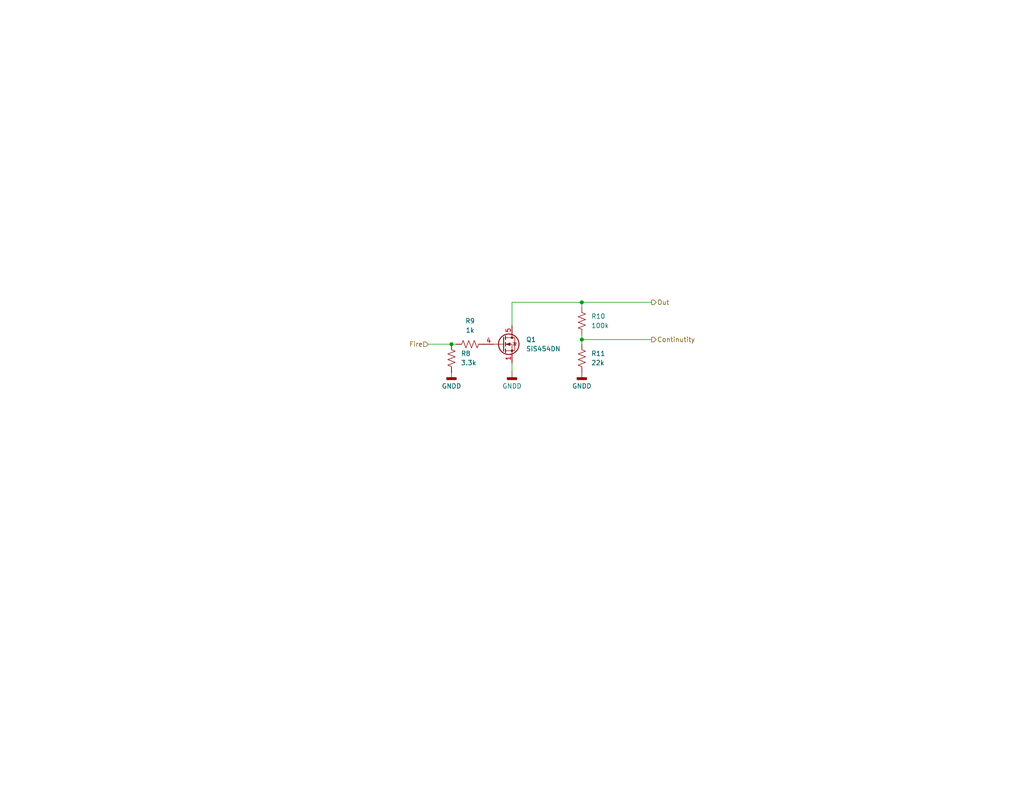
<source format=kicad_sch>
(kicad_sch (version 20250114) (generator "eeschema") (generator_version "9.0")
  (paper "USLetter")
  (title_block (title "Control Module Rev2") (date "2026-02-10") (rev "2.0") (company "Rowan Rocketry"))
  (lib_symbols
    (symbol "Device:R_US" (pin_numbers (hide yes)) (pin_names (offset 0))
      (property "Reference" "R" (at 2.54 0 90))
      (property "Value" "R_US" (at -2.54 0 90))
      (symbol "R_US_0_1"
        (polyline (pts (xy 0 2.286) (xy 0 2.54)))
        (polyline (pts (xy 0 2.286) (xy 1.016 1.905) (xy 0 1.524) (xy -1.016 1.143) (xy 0 0.762)))
        (polyline (pts (xy 0 0.762) (xy 1.016 0.381) (xy 0 0) (xy -1.016 -0.381) (xy 0 -0.762)))
        (polyline (pts (xy 0 -0.762) (xy 1.016 -1.143) (xy 0 -1.524) (xy -1.016 -1.905) (xy 0 -2.286)))
        (polyline (pts (xy 0 -2.286) (xy 0 -2.54)))
      )
      (symbol "R_US_1_1"
        (pin passive line (at 0 3.81 270) (length 1.27) (name "~") (number "1"))
        (pin passive line (at 0 -3.81 90) (length 1.27) (name "~") (number "2"))
      )
    )
    (symbol "Transistor_FET:SiS454DN" (pin_names (hide yes))
      (property "Reference" "Q" (at 5.08 1.905 0))
      (property "Value" "SiS454DN" (at 5.08 0 0))
      (symbol "SiS454DN_0_1"
        (polyline (pts (xy 0.254 1.905) (xy 0.254 -1.905)) (stroke (width 0.254)))
        (polyline (pts (xy 0.254 0) (xy -2.54 0)))
        (polyline (pts (xy 0.762 2.286) (xy 0.762 1.27)) (stroke (width 0.254)))
        (polyline (pts (xy 0.762 0.508) (xy 0.762 -0.508)) (stroke (width 0.254)))
        (polyline (pts (xy 0.762 -1.27) (xy 0.762 -2.286)) (stroke (width 0.254)))
        (polyline (pts (xy 0.762 -1.778) (xy 3.302 -1.778) (xy 3.302 1.778) (xy 0.762 1.778)))
        (polyline (pts (xy 1.016 0) (xy 2.032 0.381) (xy 2.032 -0.381) (xy 1.016 0)) (fill (type outline)))
        (circle (center 1.651 0) (radius 2.794) (stroke (width 0.254)))
        (polyline (pts (xy 2.54 2.54) (xy 2.54 1.778)))
        (circle (center 2.54 1.778) (radius 0.254) (fill (type outline)))
        (circle (center 2.54 -1.778) (radius 0.254) (fill (type outline)))
        (polyline (pts (xy 2.54 -2.54) (xy 2.54 0) (xy 0.762 0)))
        (polyline (pts (xy 2.794 0.508) (xy 2.921 0.381) (xy 3.683 0.381) (xy 3.81 0.254)))
        (polyline (pts (xy 3.302 0.381) (xy 2.921 -0.254) (xy 3.683 -0.254) (xy 3.302 0.381)))
      )
      (symbol "SiS454DN_1_1"
        (pin input line (at -5.08 0 0) (length 2.54) (name "G") (number "4"))
        (pin passive line (at 2.54 5.08 270) (length 2.54) (name "D") (number "5"))
        (pin passive line (at 2.54 -5.08 90) (length 2.54) (name "S") (number "1"))
        (pin passive line (at 2.54 -5.08 90) (length 2.54) (hide yes) (name "S") (number "2"))
        (pin passive line (at 2.54 -5.08 90) (length 2.54) (hide yes) (name "S") (number "3"))
      )
    )
    (symbol "power:GNDD" (power) (pin_numbers (hide yes)) (pin_names (offset 0) (hide yes))
      (property "Value" "GNDD" (at 0 -3.175 0))
      (symbol "GNDD_0_1"
        (rectangle (start -1.27 -1.524) (end 1.27 -2.032) (stroke (width 0.254)) (fill (type outline)))
        (polyline (pts (xy 0 0) (xy 0 -1.524)))
      )
      (symbol "GNDD_1_1"
        (pin power_in line (at 0 0 270) (length 0) (name "~") (number "1"))
      )
    )
  )
  (junction (at 158.75 92.71))
  (junction (at 123.19 93.98))
  (junction (at 158.75 82.55))
  (wire (pts (xy 158.75 82.55) (xy 177.8 82.55)))
  (wire (pts (xy 158.75 82.55) (xy 158.75 83.82)))
  (wire (pts (xy 158.75 91.44) (xy 158.75 92.71)))
  (wire (pts (xy 139.7 88.9) (xy 139.7 82.55)))
  (wire (pts (xy 158.75 92.71) (xy 177.8 92.71)))
  (wire (pts (xy 158.75 92.71) (xy 158.75 93.98)))
  (wire (pts (xy 139.7 82.55) (xy 158.75 82.55)))
  (wire (pts (xy 139.7 101.6) (xy 139.7 99.06)))
  (wire (pts (xy 124.46 93.98) (xy 123.19 93.98)))
  (wire (pts (xy 116.84 93.98) (xy 123.19 93.98)))
  (hierarchical_label "Fire" (shape input) (at 116.84 93.98 180))
  (hierarchical_label "Continutity" (shape output) (at 177.8 92.71 0))
  (hierarchical_label "Out" (shape output) (at 177.8 82.55 0))
  (symbol (lib_id "Device:R_US") (at 123.19 97.79 180) (unit 1)
    (property "Reference" "R8" (at 125.73 96.5199 0) (effects (justify right)))
    (property "Value" "3.3k" (at 125.73 99.0599 0) (effects (justify right)))
    (property "Footprint" "Resistor_SMD:R_0603_1608Metric_Pad0.98x0.95mm_HandSolder" (effects (hide yes)))
    (property "Description" "Resistor, US symbol" (effects (hide yes)))
    (instances (project "control-module" (path "" (reference "R8") (unit 1)) (path "" (reference "R12") (unit 1))))
  )
  (symbol (lib_id "power:GNDD") (at 139.7 101.6 0) (unit 1)
    (property "Reference" "#PWR056" (effects (hide yes)))
    (property "Value" "GNDD" (at 139.7 105.41 0))
    (property "Description" "Power symbol creates a global label with name \"GNDD\" , digital ground" (effects (hide yes)))
    (instances (project "control-module" (path "" (reference "#PWR056") (unit 1)) (path "" (reference "#PWR072") (unit 1))))
  )
  (symbol (lib_id "Device:R_US") (at 158.75 97.79 180) (unit 1)
    (property "Reference" "R11" (at 161.29 96.5199 0) (effects (justify right)))
    (property "Value" "22k" (at 161.29 99.0599 0) (effects (justify right)))
    (property "Footprint" "Resistor_SMD:R_0603_1608Metric_Pad0.98x0.95mm_HandSolder" (effects (hide yes)))
    (property "Description" "Resistor, US symbol" (effects (hide yes)))
    (instances (project "control-module" (path "" (reference "R11") (unit 1)) (path "" (reference "R15") (unit 1))))
  )
  (symbol (lib_id "power:GNDD") (at 158.75 101.6 0) (unit 1)
    (property "Reference" "#PWR057" (effects (hide yes)))
    (property "Value" "GNDD" (at 158.75 105.41 0))
    (property "Description" "Power symbol creates a global label with name \"GNDD\" , digital ground" (effects (hide yes)))
    (instances (project "control-module" (path "" (reference "#PWR057") (unit 1)) (path "" (reference "#PWR073") (unit 1))))
  )
  (symbol (lib_id "power:GNDD") (at 123.19 101.6 0) (unit 1)
    (property "Reference" "#PWR055" (effects (hide yes)))
    (property "Value" "GNDD" (at 123.19 105.41 0))
    (property "Description" "Power symbol creates a global label with name \"GNDD\" , digital ground" (effects (hide yes)))
    (instances (project "control-module" (path "" (reference "#PWR055") (unit 1)) (path "" (reference "#PWR071") (unit 1))))
  )
  (symbol (lib_id "Device:R_US") (at 128.27 93.98 90) (unit 1)
    (property "Reference" "R9" (at 128.27 87.63 90))
    (property "Value" "1k" (at 128.27 90.17 90))
    (property "Footprint" "Resistor_SMD:R_0603_1608Metric_Pad0.98x0.95mm_HandSolder" (effects (hide yes)))
    (property "Description" "Resistor, US symbol" (effects (hide yes)))
    (instances (project "control-module" (path "" (reference "R9") (unit 1)) (path "" (reference "R13") (unit 1))))
  )
  (symbol (lib_id "Transistor_FET:SiS454DN") (at 137.16 93.98 0) (unit 1)
    (property "Reference" "Q1" (at 143.51 92.7099 0) (effects (justify left)))
    (property "Value" "SiS454DN" (at 143.51 95.2499 0) (effects (justify left)))
    (property "Footprint" "Package_SO:Vishay_PowerPAK_1212-8_Single" (effects (hide yes)))
    (property "Datasheet" "https://www.vishay.com/docs/66707/sis454dn.pdf" (effects (hide yes)))
    (property "Description" "35A Id, 20V Vds, N-Channel MOSFET, PowerPAK 1212-8 Single" (effects (hide yes)))
    (instances (project "control-module" (path "" (reference "Q1") (unit 1)) (path "" (reference "Q2") (unit 1))))
  )
  (symbol (lib_id "Device:R_US") (at 158.75 87.63 180) (unit 1)
    (property "Reference" "R10" (at 161.29 86.3599 0) (effects (justify right)))
    (property "Value" "100k" (at 161.29 88.8999 0) (effects (justify right)))
    (property "Footprint" "Resistor_SMD:R_0603_1608Metric_Pad0.98x0.95mm_HandSolder" (effects (hide yes)))
    (property "Description" "Resistor, US symbol" (effects (hide yes)))
    (instances (project "control-module" (path "" (reference "R10") (unit 1)) (path "" (reference "R14") (unit 1))))
  )
)
</source>
